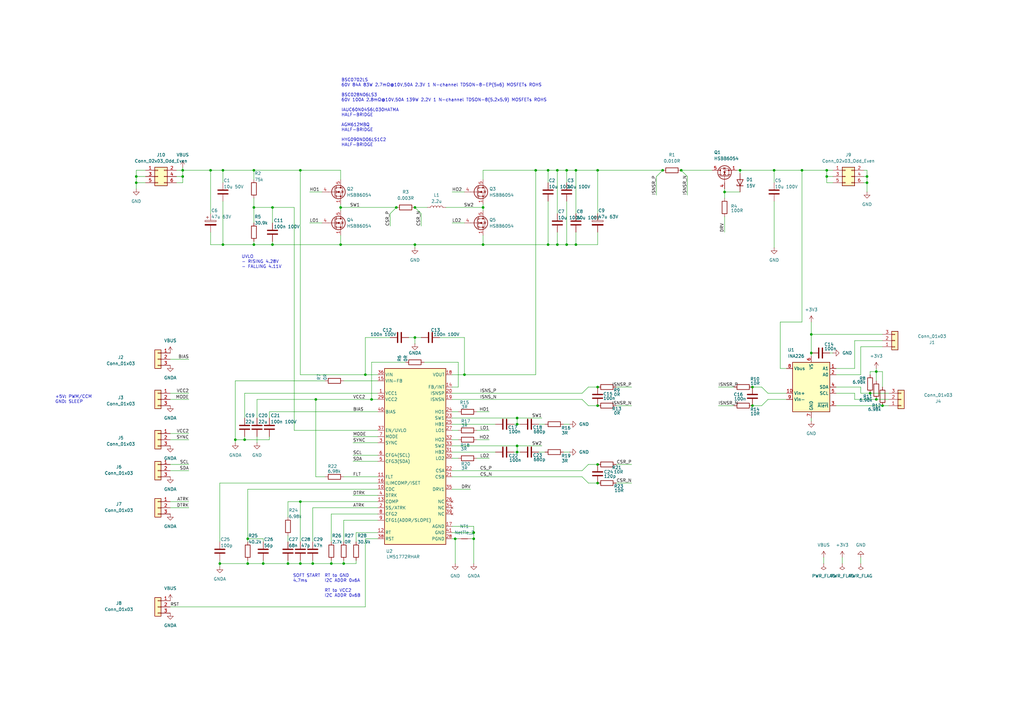
<source format=kicad_sch>
(kicad_sch (version 20231120) (generator "eeschema") (generator_version "8.0")
  (paper "A3")
  (junction (at 198.12 85.09))
  (junction (at 228.6 100.33))
  (junction (at 356.87 161.29))
  (junction (at 355.6 72.39))
  (junction (at 271.78 69.85))
  (junction (at 224.79 100.33))
  (junction (at 361.95 166.37))
  (junction (at 74.93 72.39))
  (junction (at 232.41 100.33))
  (junction (at 355.6 74.93))
  (junction (at 170.18 85.09))
  (junction (at 129.54 163.83))
  (junction (at 212.09 173.99))
  (junction (at 212.09 182.88))
  (junction (at 359.41 163.83))
  (junction (at 104.14 69.85))
  (junction (at 328.93 69.85))
  (junction (at 91.44 100.33))
  (junction (at 303.53 69.85))
  (junction (at 91.44 69.85))
  (junction (at 236.22 100.33))
  (junction (at 245.11 190.5))
  (junction (at 297.18 78.74))
  (junction (at 96.52 180.34))
  (junction (at 245.11 158.75))
  (junction (at 194.31 218.44))
  (junction (at 90.17 231.14))
  (junction (at 170.18 100.33))
  (junction (at 123.19 69.85))
  (junction (at 107.95 231.14))
  (junction (at 339.09 72.39))
  (junction (at 186.69 220.98))
  (junction (at 279.4 69.85))
  (junction (at 139.7 100.33))
  (junction (at 149.86 153.67))
  (junction (at 190.5 153.67))
  (junction (at 224.79 69.85))
  (junction (at 55.88 74.93))
  (junction (at 245.11 69.85))
  (junction (at 308.61 166.37))
  (junction (at 104.14 100.33))
  (junction (at 111.76 100.33))
  (junction (at 339.09 69.85))
  (junction (at 162.56 85.09))
  (junction (at 104.14 85.09))
  (junction (at 236.22 69.85))
  (junction (at 123.19 205.74))
  (junction (at 86.36 69.85))
  (junction (at 317.5 69.85))
  (junction (at 111.76 85.09))
  (junction (at 140.97 231.14))
  (junction (at 332.74 144.78))
  (junction (at 245.11 198.12))
  (junction (at 55.88 72.39))
  (junction (at 152.4 163.83))
  (junction (at 123.19 231.14))
  (junction (at 245.11 166.37))
  (junction (at 332.74 137.16))
  (junction (at 198.12 100.33))
  (junction (at 128.27 231.14))
  (junction (at 194.31 220.98))
  (junction (at 74.93 69.85))
  (junction (at 228.6 69.85))
  (junction (at 101.6 220.98))
  (junction (at 170.18 138.43))
  (junction (at 308.61 158.75))
  (junction (at 232.41 69.85))
  (junction (at 212.09 185.42))
  (junction (at 212.09 171.45))
  (junction (at 219.71 69.85))
  (junction (at 359.41 152.4))
  (junction (at 139.7 85.09))
  (junction (at 100.33 180.34))
  (junction (at 101.6 231.14))
  (junction (at 135.89 231.14))
  (junction (at 118.11 231.14))
  (wire (pts (xy 144.78 181.61) (xy 154.94 181.61)))
  (wire (pts (xy 259.08 198.12) (xy 252.73 198.12)))
  (wire (pts (xy 96.52 181.61) (xy 96.52 180.34)))
  (wire (pts (xy 294.64 166.37) (xy 300.99 166.37)))
  (wire (pts (xy 139.7 96.52) (xy 139.7 100.33)))
  (wire (pts (xy 259.08 190.5) (xy 252.73 190.5)))
  (wire (pts (xy 219.71 69.85) (xy 224.79 69.85)))
  (wire (pts (xy 294.64 158.75) (xy 300.99 158.75)))
  (wire (pts (xy 356.87 161.29) (xy 364.49 161.29)))
  (wire (pts (xy 140.97 213.36) (xy 140.97 222.25)))
  (wire (pts (xy 96.52 180.34) (xy 100.33 180.34)))
  (wire (pts (xy 110.49 179.07) (xy 110.49 180.34)))
  (wire (pts (xy 353.06 142.24) (xy 353.06 153.67)))
  (wire (pts (xy 123.19 153.67) (xy 149.86 153.67)))
  (wire (pts (xy 210.82 173.99) (xy 212.09 173.99)))
  (wire (pts (xy 187.96 180.34) (xy 185.42 180.34)))
  (wire (pts (xy 228.6 100.33) (xy 232.41 100.33)))
  (wire (pts (xy 185.42 185.42) (xy 203.2 185.42)))
  (wire (pts (xy 72.39 72.39) (xy 74.93 72.39)))
  (wire (pts (xy 185.42 78.74) (xy 190.5 78.74)))
  (wire (pts (xy 105.41 171.45) (xy 105.41 163.83)))
  (wire (pts (xy 149.86 248.92) (xy 69.85 248.92)))
  (wire (pts (xy 110.49 168.91) (xy 154.94 168.91)))
  (wire (pts (xy 123.19 231.14) (xy 128.27 231.14)))
  (wire (pts (xy 259.08 158.75) (xy 252.73 158.75)))
  (wire (pts (xy 104.14 85.09) (xy 111.76 85.09)))
  (wire (pts (xy 312.42 158.75) (xy 308.61 158.75)))
  (wire (pts (xy 104.14 100.33) (xy 111.76 100.33)))
  (wire (pts (xy 128.27 231.14) (xy 135.89 231.14)))
  (wire (pts (xy 101.6 222.25) (xy 101.6 220.98)))
  (wire (pts (xy 332.74 172.72) (xy 332.74 171.45)))
  (wire (pts (xy 91.44 69.85) (xy 91.44 74.93)))
  (wire (pts (xy 359.41 151.13) (xy 359.41 152.4)))
  (wire (pts (xy 167.64 138.43) (xy 170.18 138.43)))
  (wire (pts (xy 232.41 82.55) (xy 232.41 100.33)))
  (wire (pts (xy 104.14 99.06) (xy 104.14 100.33)))
  (wire (pts (xy 77.47 205.74) (xy 69.85 205.74)))
  (wire (pts (xy 195.58 168.91) (xy 200.66 168.91)))
  (wire (pts (xy 154.94 210.82) (xy 135.89 210.82)))
  (wire (pts (xy 317.5 82.55) (xy 317.5 101.6)))
  (wire (pts (xy 144.78 186.69) (xy 154.94 186.69)))
  (wire (pts (xy 228.6 69.85) (xy 228.6 87.63)))
  (wire (pts (xy 139.7 83.82) (xy 139.7 85.09)))
  (wire (pts (xy 281.94 72.39) (xy 281.94 80.01)))
  (wire (pts (xy 212.09 171.45) (xy 222.25 171.45)))
  (wire (pts (xy 279.4 69.85) (xy 281.94 72.39)))
  (wire (pts (xy 127 91.44) (xy 132.08 91.44)))
  (wire (pts (xy 86.36 100.33) (xy 91.44 100.33)))
  (wire (pts (xy 86.36 69.85) (xy 91.44 69.85)))
  (wire (pts (xy 185.42 91.44) (xy 190.5 91.44)))
  (wire (pts (xy 105.41 163.83) (xy 129.54 163.83)))
  (wire (pts (xy 86.36 95.25) (xy 86.36 100.33)))
  (wire (pts (xy 77.47 193.04) (xy 69.85 193.04)))
  (wire (pts (xy 185.42 153.67) (xy 190.5 153.67)))
  (wire (pts (xy 187.96 158.75) (xy 185.42 158.75)))
  (wire (pts (xy 232.41 69.85) (xy 236.22 69.85)))
  (wire (pts (xy 232.41 100.33) (xy 236.22 100.33)))
  (wire (pts (xy 241.3 166.37) (xy 245.11 166.37)))
  (wire (pts (xy 353.06 161.29) (xy 356.87 161.29)))
  (wire (pts (xy 144.78 189.23) (xy 154.94 189.23)))
  (wire (pts (xy 356.87 152.4) (xy 356.87 153.67)))
  (wire (pts (xy 271.78 69.85) (xy 269.24 72.39)))
  (wire (pts (xy 303.53 69.85) (xy 303.53 71.12)))
  (wire (pts (xy 337.82 228.6) (xy 337.82 231.14)))
  (wire (pts (xy 172.72 87.63) (xy 172.72 92.71)))
  (wire (pts (xy 198.12 100.33) (xy 224.79 100.33)))
  (wire (pts (xy 185.42 171.45) (xy 212.09 171.45)))
  (wire (pts (xy 135.89 231.14) (xy 140.97 231.14)))
  (wire (pts (xy 74.93 74.93) (xy 74.93 72.39)))
  (wire (pts (xy 241.3 190.5) (xy 245.11 190.5)))
  (wire (pts (xy 233.68 185.42) (xy 231.14 185.42)))
  (wire (pts (xy 303.53 69.85) (xy 317.5 69.85)))
  (wire (pts (xy 72.39 74.93) (xy 74.93 74.93)))
  (wire (pts (xy 100.33 161.29) (xy 154.94 161.29)))
  (wire (pts (xy 140.97 229.87) (xy 140.97 231.14)))
  (wire (pts (xy 149.86 153.67) (xy 154.94 153.67)))
  (wire (pts (xy 342.9 166.37) (xy 361.95 166.37)))
  (wire (pts (xy 350.52 161.29) (xy 350.52 163.83)))
  (wire (pts (xy 135.89 210.82) (xy 135.89 222.25)))
  (wire (pts (xy 236.22 95.25) (xy 236.22 100.33)))
  (wire (pts (xy 361.95 158.75) (xy 361.95 152.4)))
  (wire (pts (xy 74.93 69.85) (xy 86.36 69.85)))
  (wire (pts (xy 96.52 156.21) (xy 133.35 156.21)))
  (wire (pts (xy 312.42 166.37) (xy 308.61 166.37)))
  (wire (pts (xy 105.41 181.61) (xy 105.41 179.07)))
  (wire (pts (xy 198.12 69.85) (xy 219.71 69.85)))
  (wire (pts (xy 187.96 168.91) (xy 185.42 168.91)))
  (wire (pts (xy 86.36 69.85) (xy 86.36 87.63)))
  (wire (pts (xy 228.6 95.25) (xy 228.6 100.33)))
  (wire (pts (xy 91.44 100.33) (xy 104.14 100.33)))
  (wire (pts (xy 195.58 187.96) (xy 200.66 187.96)))
  (wire (pts (xy 59.69 69.85) (xy 55.88 69.85)))
  (wire (pts (xy 233.68 173.99) (xy 231.14 173.99)))
  (wire (pts (xy 129.54 163.83) (xy 152.4 163.83)))
  (wire (pts (xy 195.58 176.53) (xy 200.66 176.53)))
  (wire (pts (xy 322.58 161.29) (xy 314.96 161.29)))
  (wire (pts (xy 173.99 148.59) (xy 187.96 148.59)))
  (wire (pts (xy 91.44 82.55) (xy 91.44 100.33)))
  (wire (pts (xy 101.6 220.98) (xy 107.95 220.98)))
  (wire (pts (xy 241.3 198.12) (xy 245.11 198.12)))
  (wire (pts (xy 353.06 228.6) (xy 353.06 231.14)))
  (wire (pts (xy 170.18 85.09) (xy 172.72 87.63)))
  (wire (pts (xy 120.65 176.53) (xy 154.94 176.53)))
  (wire (pts (xy 152.4 148.59) (xy 166.37 148.59)))
  (wire (pts (xy 127 78.74) (xy 132.08 78.74)))
  (wire (pts (xy 210.82 185.42) (xy 212.09 185.42)))
  (wire (pts (xy 332.74 137.16) (xy 361.95 137.16)))
  (wire (pts (xy 297.18 77.47) (xy 297.18 78.74)))
  (wire (pts (xy 186.69 220.98) (xy 187.96 220.98)))
  (wire (pts (xy 170.18 85.09) (xy 175.26 85.09)))
  (wire (pts (xy 245.11 69.85) (xy 271.78 69.85)))
  (wire (pts (xy 120.65 85.09) (xy 120.65 176.53)))
  (wire (pts (xy 123.19 205.74) (xy 123.19 222.25)))
  (wire (pts (xy 198.12 96.52) (xy 198.12 100.33)))
  (wire (pts (xy 212.09 182.88) (xy 212.09 185.42)))
  (wire (pts (xy 128.27 229.87) (xy 128.27 231.14)))
  (wire (pts (xy 350.52 163.83) (xy 359.41 163.83)))
  (wire (pts (xy 59.69 74.93) (xy 55.88 74.93)))
  (wire (pts (xy 152.4 163.83) (xy 154.94 163.83)))
  (wire (pts (xy 212.09 182.88) (xy 222.25 182.88)))
  (wire (pts (xy 160.02 87.63) (xy 160.02 92.71)))
  (wire (pts (xy 104.14 81.28) (xy 104.14 85.09)))
  (wire (pts (xy 154.94 205.74) (xy 123.19 205.74)))
  (wire (pts (xy 101.6 200.66) (xy 101.6 220.98)))
  (wire (pts (xy 314.96 161.29) (xy 312.42 158.75)))
  (wire (pts (xy 355.6 74.93) (xy 355.6 78.74)))
  (wire (pts (xy 77.47 161.29) (xy 69.85 161.29)))
  (wire (pts (xy 350.52 139.7) (xy 361.95 139.7)))
  (wire (pts (xy 317.5 69.85) (xy 328.93 69.85)))
  (wire (pts (xy 361.95 142.24) (xy 353.06 142.24)))
  (wire (pts (xy 212.09 173.99) (xy 213.36 173.99)))
  (wire (pts (xy 154.94 213.36) (xy 140.97 213.36)))
  (wire (pts (xy 194.31 218.44) (xy 194.31 220.98)))
  (wire (pts (xy 185.42 161.29) (xy 238.76 161.29)))
  (wire (pts (xy 350.52 151.13) (xy 350.52 139.7)))
  (wire (pts (xy 224.79 100.33) (xy 228.6 100.33)))
  (wire (pts (xy 292.1 69.85) (xy 279.4 69.85)))
  (wire (pts (xy 359.41 152.4) (xy 356.87 152.4)))
  (wire (pts (xy 245.11 95.25) (xy 245.11 100.33)))
  (wire (pts (xy 107.95 231.14) (xy 118.11 231.14)))
  (wire (pts (xy 359.41 156.21) (xy 359.41 152.4)))
  (wire (pts (xy 185.42 220.98) (xy 186.69 220.98)))
  (wire (pts (xy 236.22 69.85) (xy 236.22 87.63)))
  (wire (pts (xy 342.9 158.75) (xy 353.06 158.75)))
  (wire (pts (xy 104.14 85.09) (xy 104.14 91.44)))
  (wire (pts (xy 238.76 193.04) (xy 241.3 190.5)))
  (wire (pts (xy 139.7 100.33) (xy 170.18 100.33)))
  (wire (pts (xy 74.93 72.39) (xy 74.93 69.85)))
  (wire (pts (xy 128.27 208.28) (xy 154.94 208.28)))
  (wire (pts (xy 77.47 147.32) (xy 69.85 147.32)))
  (wire (pts (xy 77.47 208.28) (xy 69.85 208.28)))
  (wire (pts (xy 185.42 193.04) (xy 238.76 193.04)))
  (wire (pts (xy 187.96 176.53) (xy 185.42 176.53)))
  (wire (pts (xy 314.96 163.83) (xy 312.42 166.37)))
  (wire (pts (xy 187.96 148.59) (xy 187.96 158.75)))
  (wire (pts (xy 100.33 171.45) (xy 100.33 161.29)))
  (wire (pts (xy 104.14 69.85) (xy 123.19 69.85)))
  (wire (pts (xy 186.69 220.98) (xy 186.69 231.14)))
  (wire (pts (xy 232.41 69.85) (xy 232.41 74.93)))
  (wire (pts (xy 297.18 88.9) (xy 297.18 95.25)))
  (wire (pts (xy 341.63 72.39) (xy 339.09 72.39)))
  (wire (pts (xy 111.76 99.06) (xy 111.76 100.33)))
  (wire (pts (xy 101.6 231.14) (xy 107.95 231.14)))
  (wire (pts (xy 162.56 85.09) (xy 160.02 87.63)))
  (wire (pts (xy 361.95 166.37) (xy 364.49 166.37)))
  (wire (pts (xy 302.26 69.85) (xy 303.53 69.85)))
  (wire (pts (xy 328.93 69.85) (xy 328.93 132.08)))
  (wire (pts (xy 297.18 78.74) (xy 297.18 81.28)))
  (wire (pts (xy 111.76 85.09) (xy 120.65 85.09)))
  (wire (pts (xy 154.94 218.44) (xy 146.05 218.44)))
  (wire (pts (xy 220.98 185.42) (xy 223.52 185.42)))
  (wire (pts (xy 341.63 144.78) (xy 340.36 144.78)))
  (wire (pts (xy 220.98 173.99) (xy 223.52 173.99)))
  (wire (pts (xy 55.88 74.93) (xy 55.88 77.47)))
  (wire (pts (xy 238.76 161.29) (xy 241.3 158.75)))
  (wire (pts (xy 320.04 132.08) (xy 320.04 151.13)))
  (wire (pts (xy 322.58 163.83) (xy 314.96 163.83)))
  (wire (pts (xy 111.76 85.09) (xy 111.76 91.44)))
  (wire (pts (xy 55.88 69.85) (xy 55.88 72.39)))
  (wire (pts (xy 118.11 229.87) (xy 118.11 231.14)))
  (wire (pts (xy 77.47 180.34) (xy 69.85 180.34)))
  (wire (pts (xy 128.27 222.25) (xy 128.27 208.28)))
  (wire (pts (xy 238.76 195.58) (xy 241.3 198.12)))
  (wire (pts (xy 170.18 138.43) (xy 170.18 140.97)))
  (wire (pts (xy 353.06 158.75) (xy 353.06 161.29)))
  (wire (pts (xy 100.33 179.07) (xy 100.33 180.34)))
  (wire (pts (xy 359.41 163.83) (xy 364.49 163.83)))
  (wire (pts (xy 332.74 132.08) (xy 332.74 137.16)))
  (wire (pts (xy 135.89 229.87) (xy 135.89 231.14)))
  (wire (pts (xy 194.31 220.98) (xy 194.31 231.14)))
  (wire (pts (xy 355.6 69.85) (xy 355.6 72.39)))
  (wire (pts (xy 245.11 69.85) (xy 245.11 87.63)))
  (wire (pts (xy 149.86 220.98) (xy 149.86 248.92)))
  (wire (pts (xy 180.34 138.43) (xy 190.5 138.43)))
  (wire (pts (xy 236.22 69.85) (xy 245.11 69.85)))
  (wire (pts (xy 172.72 138.43) (xy 170.18 138.43)))
  (wire (pts (xy 154.94 200.66) (xy 101.6 200.66)))
  (wire (pts (xy 354.33 69.85) (xy 355.6 69.85)))
  (wire (pts (xy 185.42 218.44) (xy 194.31 218.44)))
  (wire (pts (xy 355.6 72.39) (xy 355.6 74.93)))
  (wire (pts (xy 104.14 69.85) (xy 104.14 73.66)))
  (wire (pts (xy 100.33 180.34) (xy 110.49 180.34)))
  (wire (pts (xy 170.18 100.33) (xy 198.12 100.33)))
  (wire (pts (xy 198.12 85.09) (xy 198.12 86.36)))
  (wire (pts (xy 90.17 198.12) (xy 154.94 198.12)))
  (wire (pts (xy 144.78 203.2) (xy 154.94 203.2)))
  (wire (pts (xy 328.93 132.08) (xy 320.04 132.08)))
  (wire (pts (xy 77.47 177.8) (xy 69.85 177.8)))
  (wire (pts (xy 345.44 228.6) (xy 345.44 231.14)))
  (wire (pts (xy 154.94 179.07) (xy 144.78 179.07)))
  (wire (pts (xy 241.3 158.75) (xy 245.11 158.75)))
  (wire (pts (xy 341.63 74.93) (xy 339.09 74.93)))
  (wire (pts (xy 182.88 85.09) (xy 198.12 85.09)))
  (wire (pts (xy 107.95 229.87) (xy 107.95 231.14)))
  (wire (pts (xy 55.88 72.39) (xy 55.88 74.93)))
  (wire (pts (xy 198.12 83.82) (xy 198.12 85.09)))
  (wire (pts (xy 236.22 100.33) (xy 245.11 100.33)))
  (wire (pts (xy 123.19 69.85) (xy 139.7 69.85)))
  (wire (pts (xy 185.42 200.66) (xy 193.04 200.66)))
  (wire (pts (xy 146.05 218.44) (xy 146.05 222.25)))
  (wire (pts (xy 149.86 138.43) (xy 149.86 153.67)))
  (wire (pts (xy 140.97 195.58) (xy 154.94 195.58)))
  (wire (pts (xy 118.11 212.09) (xy 118.11 205.74)))
  (wire (pts (xy 353.06 153.67) (xy 342.9 153.67)))
  (wire (pts (xy 118.11 231.14) (xy 123.19 231.14)))
  (wire (pts (xy 111.76 100.33) (xy 139.7 100.33)))
  (wire (pts (xy 185.42 195.58) (xy 238.76 195.58)))
  (wire (pts (xy 339.09 72.39) (xy 339.09 69.85)))
  (wire (pts (xy 195.58 180.34) (xy 200.66 180.34)))
  (wire (pts (xy 212.09 173.99) (xy 212.09 171.45)))
  (wire (pts (xy 259.08 166.37) (xy 252.73 166.37)))
  (wire (pts (xy 185.42 215.9) (xy 194.31 215.9)))
  (wire (pts (xy 160.02 138.43) (xy 149.86 138.43)))
  (wire (pts (xy 190.5 153.67) (xy 219.71 153.67)))
  (wire (pts (xy 72.39 69.85) (xy 74.93 69.85)))
  (wire (pts (xy 118.11 219.71) (xy 118.11 222.25)))
  (wire (pts (xy 328.93 69.85) (xy 339.09 69.85)))
  (wire (pts (xy 190.5 138.43) (xy 190.5 153.67)))
  (wire (pts (xy 219.71 69.85) (xy 219.71 153.67)))
  (wire (pts (xy 154.94 220.98) (xy 149.86 220.98)))
  (wire (pts (xy 342.9 151.13) (xy 350.52 151.13)))
  (wire (pts (xy 224.79 69.85) (xy 224.79 74.93)))
  (wire (pts (xy 118.11 205.74) (xy 123.19 205.74)))
  (wire (pts (xy 140.97 231.14) (xy 146.05 231.14)))
  (wire (pts (xy 59.69 72.39) (xy 55.88 72.39)))
  (wire (pts (xy 133.35 195.58) (xy 129.54 195.58)))
  (wire (pts (xy 107.95 220.98) (xy 107.95 222.25)))
  (wire (pts (xy 224.79 69.85) (xy 228.6 69.85)))
  (wire (pts (xy 101.6 229.87) (xy 101.6 231.14)))
  (wire (pts (xy 139.7 85.09) (xy 139.7 86.36)))
  (wire (pts (xy 339.09 69.85) (xy 341.63 69.85)))
  (wire (pts (xy 139.7 73.66) (xy 139.7 69.85)))
  (wire (pts (xy 185.42 182.88) (xy 212.09 182.88)))
  (wire (pts (xy 77.47 190.5) (xy 69.85 190.5)))
  (wire (pts (xy 90.17 229.87) (xy 90.17 231.14)))
  (wire (pts (xy 185.42 173.99) (xy 203.2 173.99)))
  (wire (pts (xy 332.74 144.78) (xy 332.74 146.05)))
  (wire (pts (xy 317.5 69.85) (xy 317.5 74.93)))
  (wire (pts (xy 185.42 163.83) (xy 238.76 163.83)))
  (wire (pts (xy 146.05 231.14) (xy 146.05 229.87)))
  (wire (pts (xy 342.9 161.29) (xy 350.52 161.29)))
  (wire (pts (xy 198.12 73.66) (xy 198.12 69.85)))
  (wire (pts (xy 339.09 74.93) (xy 339.09 72.39)))
  (wire (pts (xy 96.52 156.21) (xy 96.52 180.34)))
  (wire (pts (xy 297.18 78.74) (xy 303.53 78.74)))
  (wire (pts (xy 110.49 168.91) (xy 110.49 171.45)))
  (wire (pts (xy 123.19 69.85) (xy 123.19 153.67)))
  (wire (pts (xy 140.97 156.21) (xy 154.94 156.21)))
  (wire (pts (xy 123.19 229.87) (xy 123.19 231.14)))
  (wire (pts (xy 354.33 72.39) (xy 355.6 72.39)))
  (wire (pts (xy 212.09 185.42) (xy 213.36 185.42)))
  (wire (pts (xy 224.79 82.55) (xy 224.79 100.33)))
  (wire (pts (xy 238.76 163.83) (xy 241.3 166.37)))
  (wire (pts (xy 187.96 187.96) (xy 185.42 187.96)))
  (wire (pts (xy 129.54 163.83) (xy 129.54 195.58)))
  (wire (pts (xy 320.04 151.13) (xy 322.58 151.13)))
  (wire (pts (xy 228.6 69.85) (xy 232.41 69.85)))
  (wire (pts (xy 139.7 85.09) (xy 162.56 85.09)))
  (wire (pts (xy 193.04 220.98) (xy 194.31 220.98)))
  (wire (pts (xy 74.93 68.58) (xy 74.93 69.85)))
  (wire (pts (xy 90.17 232.41) (xy 90.17 231.14)))
  (wire (pts (xy 361.95 152.4) (xy 359.41 152.4)))
  (wire (pts (xy 77.47 163.83) (xy 69.85 163.83)))
  (wire (pts (xy 332.74 137.16) (xy 332.74 144.78)))
  (wire (pts (xy 170.18 101.6) (xy 170.18 100.33)))
  (wire (pts (xy 354.33 74.93) (xy 355.6 74.93)))
  (wire (pts (xy 90.17 231.14) (xy 101.6 231.14)))
  (wire (pts (xy 269.24 72.39) (xy 269.24 80.01)))
  (wire (pts (xy 91.44 69.85) (xy 104.14 69.85)))
  (wire (pts (xy 152.4 163.83) (xy 152.4 148.59)))
  (wire (pts (xy 194.31 215.9) (xy 194.31 218.44)))
  (wire (pts (xy 90.17 198.12) (xy 90.17 222.25)))
  (text "UVLO\n- RISING 4.28V\n- FALLING 4.11V" (at 99.06 107.442 0) (effects (font (size 1.27 1.27)) (justify left)))
  (text "+5V: PWM/CCM\nGND: SLEEP" (at 22.606 163.83 0) (effects (font (size 1.27 1.27)) (justify left)))
  (text "SOFT START\n4.7ms\n" (at 120.142 237.236 0) (effects (font (size 1.27 1.27)) (justify left)))
  (text "BSC0702LS\n60V 84A 83W 2.7mΩ@10V,50A 2.3V 1 N-channel TDSON-8-EP(5x6) MOSFETs ROHS\n\nBSC028N06LS3\n60V 100A 2.8mΩ@10V,50A 139W 2.2V 1 N-channel TDSON-8(5.2x5.9) MOSFETs ROHS\n\nIAUC60N04S6L030HATMA\nHALF-BRIDGE\n\nAGM612MBQ\nHALF-BRIDGE\n\nHYG090ND06LS1C2\nHALF-BRIDGE\n" (at 139.954 46.228 0) (effects (font (size 1.27 1.27)) (justify left)))
  (text "RT to GND\nI2C ADDR 0x6A\n\nRT to VCC2\nI2C ADDR 0x6B\n\n" (at 133.096 241.3 0) (effects (font (size 1.27 1.27)) (justify left)))
  (label "LO2" (at 200.66 187.96 180))
  (label "VCC2" (at 77.47 177.8 180))
  (label "SDA" (at 77.47 193.04 180))
  (label "BIAS" (at 77.47 147.32 180))
  (label "ISNSR_P" (at 259.08 158.75 180))
  (label "CSR_N" (at 172.72 92.71 90))
  (label "LO1" (at 200.66 176.53 180))
  (label "DTRK" (at 77.47 208.28 180))
  (label "ISNSR_P" (at 294.64 158.75 0))
  (label "SYNC" (at 77.47 180.34 180))
  (label "HO2" (at 185.42 78.74 0))
  (label "MODE" (at 77.47 163.83 180))
  (label "SW2" (at 222.25 182.88 180))
  (label "LO1" (at 127 91.44 0))
  (label "ISNSR_N" (at 281.94 80.01 90))
  (label "SW1" (at 222.25 171.45 180))
  (label "CS_P" (at 196.85 193.04 0))
  (label "SW2" (at 194.31 85.09 180))
  (label "SDA" (at 144.78 189.23 0))
  (label "CSR_N" (at 259.08 198.12 180))
  (label "HO1" (at 200.66 168.91 180))
  (label "SCL" (at 77.47 190.5 180))
  (label "ISNS_P" (at 196.85 161.29 0))
  (label "SW1" (at 143.51 85.09 0))
  (label "CS_N" (at 196.85 195.58 0))
  (label "MODE" (at 144.78 179.07 0))
  (label "BIAS" (at 144.78 168.91 0))
  (label "ATRK" (at 144.78 208.28 0))
  (label "ISNSR_P" (at 269.24 80.01 90))
  (label "HO2" (at 200.66 180.34 180))
  (label "DTRK" (at 144.78 203.2 0))
  (label "ISNS_N" (at 196.85 163.83 0))
  (label "SYNC" (at 144.78 181.61 0))
  (label "ISNSR_N" (at 259.08 166.37 180))
  (label "CSR_P" (at 160.02 92.71 90))
  (label "FLT" (at 144.78 195.58 0))
  (label "CSR_P" (at 259.08 190.5 180))
  (label "RST" (at 69.85 248.92 0))
  (label "ISNSR_N" (at 294.64 166.37 0))
  (label "SCL" (at 144.78 186.69 0))
  (label "ATRK" (at 77.47 205.74 180))
  (label "VCC2" (at 144.78 163.83 0))
  (label "HO1" (at 127 78.74 0))
  (label "VCC2" (at 77.47 161.29 180))
  (label "DRV" (at 193.04 200.66 180))
  (label "DRV" (at 297.18 95.25 90))
  (label "LO2" (at 185.42 91.44 0))
  (symbol (lib_id "Device:C") (at 224.79 78.74 0) (unit 1)
    (property "Reference" "C2" (at 225.044 74.041 0) (effects (justify left)))
    (property "Value" "10u 100V" (at 225.044 76.581 0) (effects (justify left)))
    (property "Footprint" "Capacitor_SMD:C_1210_3225Metric" (effects (hide yes)))
    (property "Description" "Unpolarized capacitor" (effects (hide yes)))
    (property "LCSC" "C5156756" (effects (hide yes)))
  )
  (symbol (lib_id "Device:R") (at 359.41 160.02 0) (unit 1)
    (property "Reference" "R11" (at 357.886 162.56 0) (effects (justify right)))
    (property "Value" "6.98k" (at 357.886 164.084 0) (effects (justify right)))
    (property "Footprint" "Resistor_SMD:R_0402_1005Metric" (effects (hide yes)))
    (property "Description" "Resistor" (effects (hide yes)))
    (property "LCSC" "C47500" (effects (hide yes)))
  )
  (symbol (lib_id "power:PWR_FLAG") (at 337.82 231.14 180) (unit 1)
    (property "Reference" "#FLG01" (effects (hide yes)))
    (property "Value" "PWR_FLAG" (at 337.82 236.22 0))
    (property "Description" "Special symbol for telling ERC where power comes from" (effects (hide yes)))
  )
  (symbol (lib_id "Device:R") (at 361.95 162.56 0) (unit 1)
    (property "Reference" "R12" (at 361.442 166.37 0) (effects (justify right)))
    (property "Value" "6.98k" (at 361.442 167.894 0) (effects (justify right)))
    (property "Footprint" "Resistor_SMD:R_0402_1005Metric" (effects (hide yes)))
    (property "Description" "Resistor" (effects (hide yes)))
    (property "LCSC" "C47500" (effects (hide yes)))
  )
  (symbol (lib_id "Transistor_FET:BSC028N06LS3") (at 137.16 78.74 0) (unit 1)
    (property "Reference" "Q2" (at 142.24 77.4699 0) (effects (justify left)))
    (property "Value" "HSBB6054" (at 142.24 80.0099 0) (effects (justify left)))
    (property "Footprint" "Package_SON:Diodes_PowerDI3333-8" (effects (hide yes)))
    (property "Datasheet" "https://lcsc.com/datasheet/lcsc_datasheet_2410121655_HUASHUO-HSBB6054_C5341686.pdf" (effects (hide yes)))
    (property "Description" "100A Id, 60V Vds, OptiMOS N-Channel Power MOSFET, 2.8mOhm Ron, Qg (typ) 31.0nC, PG-TDSON-8" (effects (hide yes)))
    (property "LCSC" "C5341686" (effects (hide yes)))
  )
  (symbol (lib_id "Device:R") (at 135.89 226.06 0) (unit 1)
    (property "Reference" "R26" (at 136.144 219.71 0) (effects (justify left)))
    (property "Value" "2.7k" (at 136.144 222.25 0) (effects (justify left)))
    (property "Footprint" "Resistor_SMD:R_0402_1005Metric" (effects (hide yes)))
    (property "Description" "Resistor" (effects (hide yes)))
    (property "LCSC" "C25885" (effects (hide yes)))
  )
  (symbol (lib_id "power:+3V3") (at 345.44 228.6 0) (unit 1)
    (property "Reference" "#PWR026" (effects (hide yes)))
    (property "Value" "+3V3" (at 345.44 223.52 0))
    (property "Description" "Power symbol creates a global label with name \"+3V3\"" (effects (hide yes)))
  )
  (symbol (lib_id "Connector_Generic:Conn_01x03") (at 64.77 248.92 0) (mirror y) (unit 1)
    (property "Reference" "J8" (at 48.768 247.396 0))
    (property "Value" "Conn_01x03" (at 48.768 249.936 0))
    (property "Footprint" "Connector_PinHeader_2.54mm:PinHeader_1x03_P2.54mm_Vertical_SMD_Pin1Left" (effects (hide yes)))
    (property "Description" "Generic connector, single row, 01x03, script generated (kicad-library-utils/schlib/autogen/connector/)" (effects (hide yes)))
    (property "LCSC" "C2883760 " (effects (hide yes)))
  )
  (symbol (lib_id "Device:C") (at 308.61 162.56 0) (unit 1)
    (property "Reference" "C16" (at 304.8 161.798 0) (effects (justify right)))
    (property "Value" "100n" (at 306.07 163.576 0) (effects (justify right)))
    (property "Footprint" "Capacitor_SMD:C_0402_1005Metric" (effects (hide yes)))
    (property "Description" "Unpolarized capacitor" (effects (hide yes)))
    (property "LCSC" "C77020" (effects (hide yes)))
  )
  (symbol (lib_id "power:+3V3") (at 359.41 151.13 0) (unit 1)
    (property "Reference" "#PWR08" (effects (hide yes)))
    (property "Value" "+3V3" (at 359.41 146.05 0))
    (property "Description" "Power symbol creates a global label with name \"+3V3\"" (effects (hide yes)))
  )
  (symbol (lib_id "power:GND") (at 355.6 78.74 0) (unit 1)
    (property "Reference" "#PWR024" (effects (hide yes)))
    (property "Value" "GND" (at 355.6 83.82 0))
    (property "Description" "Power symbol creates a global label with name \"GND\" , ground" (effects (hide yes)))
  )
  (symbol (lib_id "Device:R") (at 297.18 85.09 0) (unit 1)
    (property "Reference" "R4" (at 299.72 84.582 0) (effects (justify left)))
    (property "Value" "100R" (at 299.72 86.3599 0) (effects (justify left)))
    (property "Footprint" "Resistor_SMD:R_0402_1005Metric" (effects (hide yes)))
    (property "Description" "Resistor" (effects (hide yes)))
    (property "LCSC" "C25138" (effects (hide yes)))
  )
  (symbol (lib_id "Device:R") (at 191.77 168.91 90) (unit 1)
    (property "Reference" "R15" (at 190.5 165.1 90))
    (property "Value" "3R" (at 190.5 166.878 90))
    (property "Footprint" "Resistor_SMD:R_0402_1005Metric" (effects (hide yes)))
    (property "Description" "Resistor" (effects (hide yes)))
    (property "LCSC" "C321179" (effects (hide yes)))
  )
  (symbol (lib_id "LM51772:LM51772RHAR") (at 170.18 189.23 0) (unit 1)
    (property "Reference" "U2" (at 159.7025 226.06 0))
    (property "Value" "LM51772RHAR" (at 165.354 228.346 0))
    (property "Footprint" "Package_DFN_QFN:QFN-40-1EP_6x6mm_P0.5mm_EP4.6x4.6mm_ThermalVias" (effects (hide yes)))
    (property "Datasheet" "https://www.ti.com/lit/ds/symlink/lm51772.pdf" (effects (hide yes)))
    (property "Description" "55V 4-Switch Buck-Boost Controller with I2C interface" (effects (hide yes)))
    (property "LCSC" "C41383743" (effects (hide yes)))
  )
  (symbol (lib_id "Device:R") (at 104.14 95.25 0) (unit 1)
    (property "Reference" "R5" (at 104.394 88.9 0) (effects (justify left)))
    (property "Value" "30.9k" (at 104.394 91.44 0) (effects (justify left)))
    (property "Footprint" "Resistor_SMD:R_0402_1005Metric" (effects (hide yes)))
    (property "Description" "Resistor" (effects (hide yes)))
    (property "LCSC" "C310222" (effects (hide yes)))
  )
  (symbol (lib_id "Device:C") (at 123.19 226.06 0) (unit 1)
    (property "Reference" "C28" (at 123.444 221.234 0) (effects (justify left)))
    (property "Value" "47p" (at 123.444 223.774 0) (effects (justify left)))
    (property "Footprint" "Capacitor_SMD:C_0402_1005Metric" (effects (hide yes)))
    (property "Description" "Unpolarized capacitor" (effects (hide yes)))
    (property "LCSC" "C1567" (effects (hide yes)))
  )
  (symbol (lib_id "power:GND") (at 55.88 77.47 0) (unit 1)
    (property "Reference" "#PWR025" (effects (hide yes)))
    (property "Value" "GND" (at 55.88 82.55 0))
    (property "Description" "Power symbol creates a global label with name \"GND\" , ground" (effects (hide yes)))
  )
  (symbol (lib_id "Device:C") (at 207.01 185.42 90) (unit 1)
    (property "Reference" "C22" (at 210.566 186.944 90))
    (property "Value" "100n" (at 211.328 188.722 90))
    (property "Footprint" "Capacitor_SMD:C_0402_1005Metric" (effects (hide yes)))
    (property "Description" "Unpolarized capacitor" (effects (hide yes)))
    (property "LCSC" "C77020" (effects (hide yes)))
  )
  (symbol (lib_id "Device:C") (at 163.83 138.43 270) (unit 1)
    (property "Reference" "C12" (at 160.782 135.382 90) (effects (justify right)))
    (property "Value" "100n 100V" (at 162.56 137.16 90) (effects (justify right)))
    (property "Footprint" "Capacitor_SMD:C_0402_1005Metric" (effects (hide yes)))
    (property "Description" "Unpolarized capacitor" (effects (hide yes)))
    (property "LCSC" "C162178" (effects (hide yes)))
  )
  (symbol (lib_id "power:PWR_FLAG") (at 353.06 231.14 180) (unit 1)
    (property "Reference" "#FLG03" (effects (hide yes)))
    (property "Value" "PWR_FLAG" (at 353.06 236.22 0))
    (property "Description" "Special symbol for telling ERC where power comes from" (effects (hide yes)))
  )
  (symbol (lib_id "power:GND") (at 186.69 231.14 0) (unit 1)
    (property "Reference" "#PWR018" (effects (hide yes)))
    (property "Value" "GND" (at 186.69 236.22 0))
    (property "Description" "Power symbol creates a global label with name \"GND\" , ground" (effects (hide yes)))
  )
  (symbol (lib_id "Transistor_FET:BSC028N06LS3") (at 195.58 91.44 0) (unit 1)
    (property "Reference" "Q5" (at 200.66 90.1699 0) (effects (justify left)))
    (property "Value" "HSBB6054" (at 200.66 92.7099 0) (effects (justify left)))
    (property "Footprint" "Package_SON:Diodes_PowerDI3333-8" (effects (hide yes)))
    (property "Datasheet" "https://lcsc.com/datasheet/lcsc_datasheet_2410121655_HUASHUO-HSBB6054_C5341686.pdf" (effects (hide yes)))
    (property "Description" "100A Id, 60V Vds, OptiMOS N-Channel Power MOSFET, 2.8mOhm Ron, Qg (typ) 31.0nC, PG-TDSON-8" (effects (hide yes)))
    (property "LCSC" "C5341686" (effects (hide yes)))
  )
  (symbol (lib_id "power:GNDA") (at 96.52 181.61 0) (unit 1)
    (property "Reference" "#PWR012" (effects (hide yes)))
    (property "Value" "GNDA" (at 96.52 186.69 0))
    (property "Description" "Power symbol creates a global label with name \"GNDA\" , analog ground" (effects (hide yes)))
  )
  (symbol (lib_id "power:GNDA") (at 69.85 195.58 0) (unit 1)
    (property "Reference" "#PWR016" (effects (hide yes)))
    (property "Value" "GNDA" (at 69.85 200.66 0))
    (property "Description" "Power symbol creates a global label with name \"GNDA\" , analog ground" (effects (hide yes)))
  )
  (symbol (lib_id "Device:L") (at 179.07 85.09 90) (unit 1)
    (property "Reference" "L1" (at 179.07 80.01 90))
    (property "Value" "2.2u" (at 179.07 82.55 90))
    (property "Footprint" "protovolt:L_Changjiang_FXL1050" (effects (hide yes)))
    (property "Description" "Inductor" (effects (hide yes)))
    (property "LCSC" "C5359259 " (effects (hide yes)))
  )
  (symbol (lib_id "Connector_Generic:Conn_01x03") (at 64.77 180.34 0) (mirror y) (unit 1)
    (property "Reference" "J5" (at 49.53 179.578 0))
    (property "Value" "Conn_01x03" (at 49.53 182.118 0))
    (property "Footprint" "Connector_PinHeader_2.54mm:PinHeader_1x03_P2.54mm_Vertical_SMD_Pin1Left" (effects (hide yes)))
    (property "Description" "Generic connector, single row, 01x03, script generated (kicad-library-utils/schlib/autogen/connector/)" (effects (hide yes)))
    (property "LCSC" "C2883760 " (effects (hide yes)))
  )
  (symbol (lib_id "power:VBUS") (at 69.85 246.38 0) (unit 1)
    (property "Reference" "#PWR021" (effects (hide yes)))
    (property "Value" "VBUS" (at 69.85 241.3 0))
    (property "Description" "Power symbol creates a global label with name \"VBUS\"" (effects (hide yes)))
  )
  (symbol (lib_id "Device:R") (at 304.8 166.37 270) (unit 1)
    (property "Reference" "R14" (at 309.626 167.894 90))
    (property "Value" "10R" (at 311.658 169.672 90) (effects (justify right)))
    (property "Footprint" "Resistor_SMD:R_0402_1005Metric" (effects (hide yes)))
    (property "Description" "Resistor" (effects (hide yes)))
    (property "LCSC" "C25139" (effects (hide yes)))
  )
  (symbol (lib_id "Connector_Generic:Conn_01x03") (at 64.77 208.28 0) (mirror y) (unit 1)
    (property "Reference" "J7" (at 48.768 206.756 0))
    (property "Value" "Conn_01x03" (at 48.768 209.296 0))
    (property "Footprint" "Connector_PinHeader_2.54mm:PinHeader_1x03_P2.54mm_Vertical_SMD_Pin1Left" (effects (hide yes)))
    (property "Description" "Generic connector, single row, 01x03, script generated (kicad-library-utils/schlib/autogen/connector/)" (effects (hide yes)))
    (property "LCSC" "C2883760 " (effects (hide yes)))
  )
  (symbol (lib_id "Device:C") (at 245.11 162.56 180) (unit 1)
    (property "Reference" "C15" (at 247.396 161.544 0) (effects (justify right)))
    (property "Value" "100n" (at 247.396 163.322 0) (effects (justify right)))
    (property "Footprint" "Capacitor_SMD:C_0402_1005Metric" (effects (hide yes)))
    (property "Description" "Unpolarized capacitor" (effects (hide yes)))
    (property "LCSC" "C77020" (effects (hide yes)))
  )
  (symbol (lib_id "Device:R") (at 140.97 226.06 0) (unit 1)
    (property "Reference" "R27" (at 141.224 219.71 0) (effects (justify left)))
    (property "Value" "0R" (at 141.224 222.25 0) (effects (justify left)))
    (property "Footprint" "Resistor_SMD:R_0402_1005Metric" (effects (hide yes)))
    (property "Description" "Resistor" (effects (hide yes)))
    (property "LCSC" "C21376" (effects (hide yes)))
  )
  (symbol (lib_id "Device:R") (at 227.33 185.42 90) (unit 1)
    (property "Reference" "R19" (at 232.156 186.944 90))
    (property "Value" "3R" (at 231.648 188.976 90))
    (property "Footprint" "Resistor_SMD:R_0402_1005Metric" (effects (hide yes)))
    (property "Description" "Resistor" (effects (hide yes)))
    (property "LCSC" "C321179" (effects (hide yes)))
  )
  (symbol (lib_id "Transistor_FET:BSC028N06LS3") (at 195.58 78.74 0) (unit 1)
    (property "Reference" "Q3" (at 200.66 77.4699 0) (effects (justify left)))
    (property "Value" "HSBB6054" (at 200.66 80.0099 0) (effects (justify left)))
    (property "Footprint" "Package_SON:Diodes_PowerDI3333-8" (effects (hide yes)))
    (property "Datasheet" "https://lcsc.com/datasheet/lcsc_datasheet_2410121655_HUASHUO-HSBB6054_C5341686.pdf" (effects (hide yes)))
    (property "Description" "100A Id, 60V Vds, OptiMOS N-Channel Power MOSFET, 2.8mOhm Ron, Qg (typ) 31.0nC, PG-TDSON-8" (effects (hide yes)))
    (property "LCSC" "C5341686" (effects (hide yes)))
  )
  (symbol (lib_id "Connector_Generic:Conn_01x03") (at 367.03 139.7 0) (mirror x) (unit 1)
    (property "Reference" "J1" (at 382.27 140.462 0))
    (property "Value" "Conn_01x03" (at 382.27 137.922 0))
    (property "Footprint" "Connector_PinHeader_2.54mm:PinHeader_1x03_P2.54mm_Vertical_SMD_Pin1Left" (effects (hide yes)))
    (property "Description" "Generic connector, single row, 01x03, script generated (kicad-library-utils/schlib/autogen/connector/)" (effects (hide yes)))
    (property "LCSC" "C2883760 " (effects (hide yes)))
  )
  (symbol (lib_id "Device:C") (at 217.17 185.42 90) (unit 1)
    (property "Reference" "C23" (at 220.472 186.69 90))
    (property "Value" "680p" (at 221.234 188.468 90))
    (property "Footprint" "Capacitor_SMD:C_0402_1005Metric" (effects (hide yes)))
    (property "Description" "Unpolarized capacitor" (effects (hide yes)))
    (property "LCSC" "C107030 " (effects (hide yes)))
  )
  (symbol (lib_id "Device:R") (at 146.05 226.06 0) (unit 1)
    (property "Reference" "R28" (at 146.558 219.7101 0) (effects (justify left)))
    (property "Value" "30.9k" (at 146.558 222.2501 0) (effects (justify left)))
    (property "Footprint" "Resistor_SMD:R_0402_1005Metric" (effects (hide yes)))
    (property "Description" "Resistor" (effects (hide yes)))
    (property "LCSC" "C310222" (effects (hide yes)))
  )
  (symbol (lib_id "Device:C") (at 228.6 91.44 0) (unit 1)
    (property "Reference" "C7" (at 228.854 86.741 0) (effects (justify left)))
    (property "Value" "10u 100V" (at 228.854 89.281 0) (effects (justify left)))
    (property "Footprint" "Capacitor_SMD:C_1210_3225Metric" (effects (hide yes)))
    (property "Description" "Unpolarized capacitor" (effects (hide yes)))
    (property "LCSC" "C5156756" (effects (hide yes)))
  )
  (symbol (lib_id "Device:R") (at 275.59 69.85 90) (unit 1)
    (property "Reference" "R1" (at 275.59 63.5 90))
    (property "Value" "0.010R" (at 275.59 66.04 90))
    (property "Footprint" "protovolt:R_2512_6332Metric_SHUNT" (effects (hide yes)))
    (property "Description" "Resistor" (effects (hide yes)))
    (property "LCSC" "C393070 " (effects (hide yes)))
  )
  (symbol (lib_id "power:GNDA") (at 69.85 251.46 0) (unit 1)
    (property "Reference" "#PWR022" (effects (hide yes)))
    (property "Value" "GNDA" (at 69.85 256.54 0))
    (property "Description" "Power symbol creates a global label with name \"GNDA\" , analog ground" (effects (hide yes)))
  )
  (symbol (lib_id "Device:R") (at 227.33 173.99 90) (unit 1)
    (property "Reference" "R16" (at 232.156 175.514 90))
    (property "Value" "3R" (at 231.648 177.546 90))
    (property "Footprint" "Resistor_SMD:R_0402_1005Metric" (effects (hide yes)))
    (property "Description" "Resistor" (effects (hide yes)))
    (property "LCSC" "C321179" (effects (hide yes)))
  )
  (symbol (lib_id "power:GND") (at 233.68 173.99 90) (unit 1)
    (property "Reference" "#PWR011" (effects (hide yes)))
    (property "Value" "GND" (at 237.49 173.9899 90) (effects (justify right)))
    (property "Description" "Power symbol creates a global label with name \"GND\" , ground" (effects (hide yes)))
  )
  (symbol (lib_id "power:GND") (at 341.63 144.78 90) (unit 1)
    (property "Reference" "#PWR07" (effects (hide yes)))
    (property "Value" "GND" (at 345.44 144.7799 90) (effects (justify right)))
    (property "Description" "Power symbol creates a global label with name \"GND\" , ground" (effects (hide yes)))
  )
  (symbol (lib_id "Device:C") (at 317.5 78.74 0) (unit 1)
    (property "Reference" "C5" (at 317.754 74.041 0) (effects (justify left)))
    (property "Value" "10u 100V" (at 317.754 76.581 0) (effects (justify left)))
    (property "Footprint" "Capacitor_SMD:C_1210_3225Metric" (effects (hide yes)))
    (property "Description" "Unpolarized capacitor" (effects (hide yes)))
    (property "LCSC" "C5156756" (effects (hide yes)))
  )
  (symbol (lib_id "Transistor_FET:BSC028N06LS3") (at 137.16 91.44 0) (unit 1)
    (property "Reference" "Q4" (at 142.24 90.1699 0) (effects (justify left)))
    (property "Value" "HSBB6054" (at 142.24 92.7099 0) (effects (justify left)))
    (property "Footprint" "Package_SON:Diodes_PowerDI3333-8" (effects (hide yes)))
    (property "Datasheet" "https://lcsc.com/datasheet/lcsc_datasheet_2410121655_HUASHUO-HSBB6054_C5341686.pdf" (effects (hide yes)))
    (property "Description" "100A Id, 60V Vds, OptiMOS N-Channel Power MOSFET, 2.8mOhm Ron, Qg (typ) 31.0nC, PG-TDSON-8" (effects (hide yes)))
    (property "LCSC" "C5341686" (effects (hide yes)))
  )
  (symbol (lib_id "power:GNDA") (at 90.17 232.41 0) (unit 1)
    (property "Reference" "#PWR020" (effects (hide yes)))
    (property "Value" "GNDA" (at 90.17 237.49 0))
    (property "Description" "Power symbol creates a global label with name \"GNDA\" , analog ground" (effects (hide yes)))
  )
  (symbol (lib_id "Device:C") (at 236.22 91.44 0) (unit 1)
    (property "Reference" "C8" (at 236.474 86.741 0) (effects (justify left)))
    (property "Value" "10u 100V" (at 236.474 89.281 0) (effects (justify left)))
    (property "Footprint" "Capacitor_SMD:C_1210_3225Metric" (effects (hide yes)))
    (property "Description" "Unpolarized capacitor" (effects (hide yes)))
    (property "LCSC" "C5156756" (effects (hide yes)))
  )
  (symbol (lib_id "Device:R") (at 137.16 195.58 90) (unit 1)
    (property "Reference" "R22" (at 134.366 191.262 90) (effects (justify right)))
    (property "Value" "6.98k" (at 134.366 193.294 90) (effects (justify right)))
    (property "Footprint" "Resistor_SMD:R_0402_1005Metric" (effects (hide yes)))
    (property "Description" "Resistor" (effects (hide yes)))
    (property "LCSC" "C47500" (effects (hide yes)))
  )
  (symbol (lib_id "Device:C") (at 91.44 78.74 0) (unit 1)
    (property "Reference" "C1" (at 91.694 74.041 0) (effects (justify left)))
    (property "Value" "10u 50V" (at 91.694 76.581 0) (effects (justify left)))
    (property "Footprint" "Capacitor_SMD:C_0805_2012Metric" (effects (hide yes)))
    (property "Description" "Unpolarized capacitor" (effects (hide yes)))
    (property "LCSC" "C440198" (effects (hide yes)))
  )
  (symbol (lib_id "Connector_Generic:Conn_02x03_Odd_Even") (at 64.77 72.39 0) (unit 1)
    (property "Reference" "J10" (at 66.04 63.5 0))
    (property "Value" "Conn_02x03_Odd_Even" (at 66.04 66.04 0))
    (property "Footprint" "Connector_PinHeader_2.54mm:PinHeader_2x03_P2.54mm_Vertical_SMD" (effects (hide yes)))
    (property "Description" "Generic connector, double row, 02x03, odd/even pin numbering scheme (row 1 odd numbers, row 2 even numbers), script generated (kicad-library-utils/schlib/autogen/connector/)" (effects (hide yes)))
    (property "LCSC" "C3294461" (effects (hide yes)))
  )
  (symbol (lib_id "Device:R") (at 356.87 157.48 0) (unit 1)
    (property "Reference" "R8" (at 355.092 155.194 0) (effects (justify right)))
    (property "Value" "6.98k" (at 355.092 156.718 0) (effects (justify right)))
    (property "Footprint" "Resistor_SMD:R_0402_1005Metric" (effects (hide yes)))
    (property "Description" "Resistor" (effects (hide yes)))
    (property "LCSC" "C47500" (effects (hide yes)))
  )
  (symbol (lib_id "power:+3V3") (at 332.74 132.08 0) (unit 1)
    (property "Reference" "#PWR05" (effects (hide yes)))
    (property "Value" "+3V3" (at 332.74 127 0))
    (property "Description" "Power symbol creates a global label with name \"+3V3\"" (effects (hide yes)))
  )
  (symbol (lib_id "Device:R") (at 137.16 156.21 90) (unit 1)
    (property "Reference" "R7" (at 130.81 155.956 0) (effects (justify left)))
    (property "Value" "0R" (at 133.35 155.956 0) (effects (justify left)))
    (property "Footprint" "Resistor_SMD:R_0402_1005Metric" (effects (hide yes)))
    (property "Description" "Resistor" (effects (hide yes)))
    (property "LCSC" "C21376" (effects (hide yes)))
  )
  (symbol (lib_id "Device:R") (at 170.18 148.59 90) (unit 1)
    (property "Reference" "R6" (at 163.83 148.336 0) (effects (justify left)))
    (property "Value" "0R" (at 166.37 148.336 0) (effects (justify left)))
    (property "Footprint" "Resistor_SMD:R_0402_1005Metric" (effects (hide yes)))
    (property "Description" "Resistor" (effects (hide yes)))
    (property "LCSC" "C21376" (effects (hide yes)))
  )
  (symbol (lib_id "Device:R") (at 248.92 190.5 90) (unit 1)
    (property "Reference" "R21" (at 252.984 191.77 90))
    (property "Value" "10R" (at 251.714 193.548 90) (effects (justify right)))
    (property "Footprint" "Resistor_SMD:R_0402_1005Metric" (effects (hide yes)))
    (property "Description" "Resistor" (effects (hide yes)))
    (property "LCSC" "C25139" (effects (hide yes)))
  )
  (symbol (lib_id "Device:C") (at 90.17 226.06 0) (unit 1)
    (property "Reference" "C25" (at 90.424 221.234 0) (effects (justify left)))
    (property "Value" "100p" (at 90.424 223.774 0) (effects (justify left)))
    (property "Footprint" "Capacitor_SMD:C_0402_1005Metric" (effects (hide yes)))
    (property "Description" "Unpolarized capacitor" (effects (hide yes)))
    (property "LCSC" "C1546" (effects (hide yes)))
  )
  (symbol (lib_id "Device:R") (at 304.8 158.75 270) (unit 1)
    (property "Reference" "R10" (at 309.626 155.448 90))
    (property "Value" "10R" (at 311.658 157.226 90) (effects (justify right)))
    (property "Footprint" "Resistor_SMD:R_0402_1005Metric" (effects (hide yes)))
    (property "Description" "Resistor" (effects (hide yes)))
    (property "LCSC" "C25139" (effects (hide yes)))
  )
  (symbol (lib_id "Connector_Generic:Conn_01x03") (at 64.77 147.32 0) (mirror y) (unit 1)
    (property "Reference" "J2" (at 49.53 146.558 0))
    (property "Value" "Conn_01x03" (at 49.53 149.098 0))
    (property "Footprint" "Connector_PinHeader_2.54mm:PinHeader_1x03_P2.54mm_Vertical_SMD_Pin1Left" (effects (hide yes)))
    (property "Description" "Generic connector, single row, 01x03, script generated (kicad-library-utils/schlib/autogen/connector/)" (effects (hide yes)))
    (property "LCSC" "C2883760 " (effects (hide yes)))
  )
  (symbol (lib_id "power:GND") (at 332.74 172.72 0) (unit 1)
    (property "Reference" "#PWR010" (effects (hide yes)))
    (property "Value" "GND" (at 332.74 177.8 0))
    (property "Description" "Power symbol creates a global label with name \"GND\" , ground" (effects (hide yes)))
  )
  (symbol (lib_id "Device:C") (at 232.41 78.74 0) (unit 1)
    (property "Reference" "C3" (at 232.664 74.041 0) (effects (justify left)))
    (property "Value" "10u 100V" (at 232.664 76.581 0) (effects (justify left)))
    (property "Footprint" "Capacitor_SMD:C_1210_3225Metric" (effects (hide yes)))
    (property "Description" "Unpolarized capacitor" (effects (hide yes)))
    (property "LCSC" "C5156756" (effects (hide yes)))
  )
  (symbol (lib_id "Device:NetTie_2") (at 190.5 220.98 0) (unit 1) (in_bom no)
    (property "Reference" "NT1" (at 190.5 215.9 0))
    (property "Value" "NetTie_2" (at 190.5 218.44 0))
    (property "Footprint" "NetTie:NetTie-2_SMD_Pad0.5mm" (effects (hide yes)))
    (property "Description" "Net tie, 2 pins" (effects (hide yes)))
  )
  (symbol (lib_id "power:GND") (at 170.18 101.6 0) (unit 1)
    (property "Reference" "#PWR02" (effects (hide yes)))
    (property "Value" "GND" (at 170.18 106.68 0))
    (property "Description" "Power symbol creates a global label with name \"GND\" , ground" (effects (hide yes)))
  )
  (symbol (lib_id "Sensor_Energy:INA226") (at 332.74 158.75 0) (unit 1)
    (property "Reference" "U1" (at 323.088 143.51 0) (effects (justify left)))
    (property "Value" "INA226" (at 323.088 146.05 0) (effects (justify left)))
    (property "Footprint" "Package_SO:VSSOP-10_3x3mm_P0.5mm" (effects (hide yes)))
    (property "Datasheet" "http://www.ti.com/lit/ds/symlink/ina226.pdf" (effects (hide yes)))
    (property "Description" "High-Side or Low-Side Measurement, Bi-Directional Current and Power Monitor (0-36V) with I2C Compatible Interface, VSSOP-10" (effects (hide yes)))
    (property "LCSC" "C49851" (effects (hide yes)))
  )
  (symbol (lib_id "Device:C") (at 107.95 226.06 0) (unit 1)
    (property "Reference" "C26" (at 108.204 221.234 0) (effects (justify left)))
    (property "Value" "56p" (at 108.204 223.774 0) (effects (justify left)))
    (property "Footprint" "Capacitor_SMD:C_0402_1005Metric" (effects (hide yes)))
    (property "Description" "Unpolarized capacitor" (effects (hide yes)))
    (property "LCSC" "C1572" (effects (hide yes)))
  )
  (symbol (lib_id "power:GND") (at 233.68 185.42 90) (unit 1)
    (property "Reference" "#PWR015" (effects (hide yes)))
    (property "Value" "GND" (at 237.49 185.4199 90) (effects (justify right)))
    (property "Description" "Power symbol creates a global label with name \"GND\" , ground" (effects (hide yes)))
  )
  (symbol (lib_id "power:VBUS") (at 337.82 228.6 0) (unit 1)
    (property "Reference" "#PWR023" (effects (hide yes)))
    (property "Value" "VBUS" (at 337.82 223.52 0))
    (property "Description" "Power symbol creates a global label with name \"VBUS\"" (effects (hide yes)))
  )
  (symbol (lib_id "power:GNDA") (at 69.85 210.82 0) (unit 1)
    (property "Reference" "#PWR017" (effects (hide yes)))
    (property "Value" "GNDA" (at 69.85 215.9 0))
    (property "Description" "Power symbol creates a global label with name \"GNDA\" , analog ground" (effects (hide yes)))
  )
  (symbol (lib_id "Device:D_Zener") (at 303.53 74.93 90) (unit 1)
    (property "Reference" "D1" (at 306.07 73.6599 90) (effects (justify right)))
    (property "Value" "15V" (at 306.07 76.1999 90) (effects (justify right)))
    (property "Footprint" "Diode_SMD:D_SOD-523" (effects (hide yes)))
    (property "Description" "Zener diode" (effects (hide yes)))
    (property "LCSC" "C131800" (effects (hide yes)))
  )
  (symbol (lib_id "Device:R") (at 248.92 198.12 90) (unit 1)
    (property "Reference" "R23" (at 253.746 199.39 90))
    (property "Value" "10R" (at 251.968 201.168 90) (effects (justify right)))
    (property "Footprint" "Resistor_SMD:R_0402_1005Metric" (effects (hide yes)))
    (property "Description" "Resistor" (effects (hide yes)))
    (property "LCSC" "C25139" (effects (hide yes)))
  )
  (symbol (lib_id "Connector_Generic:Conn_01x03") (at 64.77 193.04 0) (mirror y) (unit 1)
    (property "Reference" "J6" (at 48.768 191.516 0))
    (property "Value" "Conn_01x03" (at 48.768 194.056 0))
    (property "Footprint" "Connector_PinHeader_2.54mm:PinHeader_1x03_P2.54mm_Vertical_SMD_Pin1Left" (effects (hide yes)))
    (property "Description" "Generic connector, single row, 01x03, script generated (kicad-library-utils/schlib/autogen/connector/)" (effects (hide yes)))
    (property "LCSC" "C2883760 " (effects (hide yes)))
  )
  (symbol (lib_id "Device:R") (at 101.6 226.06 0) (unit 1)
    (property "Reference" "R25" (at 101.854 219.71 0) (effects (justify left)))
    (property "Value" "40.2k" (at 101.854 222.25 0) (effects (justify left)))
    (property "Footprint" "Resistor_SMD:R_0402_1005Metric" (effects (hide yes)))
    (property "Description" "Resistor" (effects (hide yes)))
    (property "LCSC" "C25893" (effects (hide yes)))
  )
  (symbol (lib_id "Device:C") (at 207.01 173.99 90) (unit 1)
    (property "Reference" "C17" (at 210.312 175.26 90))
    (property "Value" "100n" (at 211.074 177.038 90))
    (property "Footprint" "Capacitor_SMD:C_0402_1005Metric" (effects (hide yes)))
    (property "Description" "Unpolarized capacitor" (effects (hide yes)))
    (property "LCSC" "C77020" (effects (hide yes)))
  )
  (symbol (lib_id "Device:R") (at 118.11 215.9 0) (unit 1)
    (property "Reference" "R24" (at 118.364 209.296 0) (effects (justify left)))
    (property "Value" "6.98k" (at 118.364 211.836 0) (effects (justify left)))
    (property "Footprint" "Resistor_SMD:R_0402_1005Metric" (effects (hide yes)))
    (property "Description" "Resistor" (effects (hide yes)))
    (property "LCSC" "C47500" (effects (hide yes)))
  )
  (symbol (lib_id "Device:R") (at 191.77 180.34 90) (unit 1)
    (property "Reference" "R18" (at 190.754 182.626 90))
    (property "Value" "3R" (at 190.246 184.15 90))
    (property "Footprint" "Resistor_SMD:R_0402_1005Metric" (effects (hide yes)))
    (property "Description" "Resistor" (effects (hide yes)))
    (property "LCSC" "C321179" (effects (hide yes)))
  )
  (symbol (lib_id "Connector_Generic:Conn_01x03") (at 369.57 163.83 0) (mirror x) (unit 1)
    (property "Reference" "J4" (at 384.81 164.592 0))
    (property "Value" "Conn_01x03" (at 384.81 162.052 0))
    (property "Footprint" "Connector_PinHeader_2.54mm:PinHeader_1x03_P2.54mm_Vertical_SMD_Pin1Left" (effects (hide yes)))
    (property "Description" "Generic connector, single row, 01x03, script generated (kicad-library-utils/schlib/autogen/connector/)" (effects (hide yes)))
    (property "LCSC" "C2883760 " (effects (hide yes)))
  )
  (symbol (lib_id "power:GNDA") (at 194.31 231.14 0) (unit 1)
    (property "Reference" "#PWR019" (effects (hide yes)))
    (property "Value" "GNDA" (at 194.31 236.22 0))
    (property "Description" "Power symbol creates a global label with name \"GNDA\" , analog ground" (effects (hide yes)))
  )
  (symbol (lib_id "Device:C") (at 100.33 175.26 0) (unit 1)
    (property "Reference" "C19" (at 100.584 170.434 0) (effects (justify left)))
    (property "Value" "22u" (at 100.584 172.974 0) (effects (justify left)))
    (property "Footprint" "Capacitor_SMD:C_0402_1005Metric" (effects (hide yes)))
    (property "Description" "Unpolarized capacitor" (effects (hide yes)))
    (property "LCSC" "C3845593" (effects (hide yes)))
  )
  (symbol (lib_id "Device:R") (at 248.92 166.37 90) (unit 1)
    (property "Reference" "R13" (at 252.984 167.64 90))
    (property "Value" "0R" (at 251.714 169.418 90) (effects (justify right)))
    (property "Footprint" "Resistor_SMD:R_0402_1005Metric" (effects (hide yes)))
    (property "Description" "Resistor" (effects (hide yes)))
    (property "LCSC" "C21376" (effects (hide yes)))
  )
  (symbol (lib_id "Device:R") (at 104.14 77.47 0) (unit 1)
    (property "Reference" "R2" (at 104.394 71.12 0) (effects (justify left)))
    (property "Value" "75k" (at 104.394 73.66 0) (effects (justify left)))
    (property "Footprint" "Resistor_SMD:R_0402_1005Metric" (effects (hide yes)))
    (property "Description" "Resistor" (effects (hide yes)))
    (property "LCSC" "C286566 " (effects (hide yes)))
  )
  (symbol (lib_id "Connector_Generic:Conn_01x03") (at 64.77 163.83 0) (mirror y) (unit 1)
    (property "Reference" "J3" (at 49.53 163.068 0))
    (property "Value" "Conn_01x03" (at 49.53 165.608 0))
    (property "Footprint" "Connector_PinHeader_2.54mm:PinHeader_1x03_P2.54mm_Vertical_SMD_Pin1Left" (effects (hide yes)))
    (property "Description" "Generic connector, single row, 01x03, script generated (kicad-library-utils/schlib/autogen/connector/)" (effects (hide yes)))
    (property "LCSC" "C2883760 " (effects (hide yes)))
  )
  (symbol (lib_id "power:GNDA") (at 69.85 182.88 0) (unit 1)
    (property "Reference" "#PWR014" (effects (hide yes)))
    (property "Value" "GNDA" (at 69.85 187.96 0))
    (property "Description" "Power symbol creates a global label with name \"GNDA\" , analog ground" (effects (hide yes)))
  )
  (symbol (lib_id "Device:C_Polarized") (at 245.11 91.44 0) (unit 1)
    (property "Reference" "C9" (at 245.364 86.36 0) (effects (justify left)))
    (property "Value" "47u 63V" (at 245.364 88.9 0) (effects (justify left)))
    (property "Footprint" "Capacitor_SMD:CP_Elec_8x10.5" (effects (hide yes)))
    (property "Description" "Polarized capacitor" (effects (hide yes)))
    (property "LCSC" "C5246568" (effects (hide yes)))
  )
  (symbol (lib_id "Connector_Generic:Conn_02x03_Odd_Even") (at 346.71 72.39 0) (unit 1)
    (property "Reference" "J9" (at 347.98 63.5 0))
    (property "Value" "Conn_02x03_Odd_Even" (at 347.98 66.04 0))
    (property "Footprint" "Connector_PinHeader_2.54mm:PinHeader_2x03_P2.54mm_Vertical_SMD" (effects (hide yes)))
    (property "Description" "Generic connector, double row, 02x03, odd/even pin numbering scheme (row 1 odd numbers, row 2 even numbers), script generated (kicad-library-utils/schlib/autogen/connector/)" (effects (hide yes)))
    (property "LCSC" "C3294461" (effects (hide yes)))
  )
  (symbol (lib_id "power:VBUS") (at 74.93 68.58 0) (unit 1)
    (property "Reference" "#PWR01" (effects (hide yes)))
    (property "Value" "VBUS" (at 74.93 63.5 0))
    (property "Description" "Power symbol creates a global label with name \"VBUS\"" (effects (hide yes)))
  )
  (symbol (lib_id "power:GND") (at 317.5 101.6 0) (unit 1)
    (property "Reference" "#PWR03" (effects (hide yes)))
    (property "Value" "GND" (at 317.5 106.68 0))
    (property "Description" "Power symbol creates a global label with name \"GND\" , ground" (effects (hide yes)))
  )
  (symbol (lib_id "Device:R") (at 191.77 187.96 90) (unit 1)
    (property "Reference" "R20" (at 191.008 190.246 90))
    (property "Value" "3R" (at 190.5 192.024 90))
    (property "Footprint" "Resistor_SMD:R_0402_1005Metric" (effects (hide yes)))
    (property "Description" "Resistor" (effects (hide yes)))
    (property "LCSC" "C321179" (effects (hide yes)))
  )
  (symbol (lib_id "Device:C") (at 110.49 175.26 180) (unit 1)
    (property "Reference" "C21" (at 110.998 170.434 0) (effects (justify right)))
    (property "Value" "100n 100V" (at 110.998 172.974 0) (effects (justify right)))
    (property "Footprint" "Capacitor_SMD:C_0402_1005Metric" (effects (hide yes)))
    (property "Description" "Unpolarized capacitor" (effects (hide yes)))
    (property "LCSC" "C162178" (effects (hide yes)))
  )
  (symbol (lib_id "Device:R") (at 248.92 158.75 90) (unit 1)
    (property "Reference" "R9" (at 252.984 160.02 90))
    (property "Value" "0R" (at 251.714 161.798 90) (effects (justify right)))
    (property "Footprint" "Resistor_SMD:R_0402_1005Metric" (effects (hide yes)))
    (property "Description" "Resistor" (effects (hide yes)))
    (property "LCSC" "C21376" (effects (hide yes)))
  )
  (symbol (lib_id "Device:C") (at 336.55 144.78 90) (unit 1)
    (property "Reference" "C14" (at 338.074 141.224 90) (effects (justify right)))
    (property "Value" "100n" (at 338.074 143.002 90) (effects (justify right)))
    (property "Footprint" "Capacitor_SMD:C_0402_1005Metric" (effects (hide yes)))
    (property "Description" "Unpolarized capacitor" (effects (hide yes)))
    (property "LCSC" "C77020" (effects (hide yes)))
  )
  (symbol (lib_id "power:GNDA") (at 69.85 149.86 0) (unit 1)
    (property "Reference" "#PWR028" (effects (hide yes)))
    (property "Value" "GNDA" (at 69.85 154.94 0))
    (property "Description" "Power symbol creates a global label with name \"GNDA\" , analog ground" (effects (hide yes)))
  )
  (symbol (lib_id "Device:C") (at 245.11 194.31 0) (unit 1)
    (property "Reference" "C24" (at 247.65 193.548 0) (effects (justify left)))
    (property "Value" "120p" (at 247.65 195.3261 0) (effects (justify left)))
    (property "Footprint" "Capacitor_SMD:C_0402_1005Metric" (effects (hide yes)))
    (property "Description" "Unpolarized capacitor" (effects (hide yes)))
    (property "LCSC" "C440165 " (effects (hide yes)))
  )
  (symbol (lib_id "power:VBUS") (at 69.85 144.78 0) (unit 1)
    (property "Reference" "#PWR06" (effects (hide yes)))
    (property "Value" "VBUS" (at 69.85 139.7 0))
    (property "Description" "Power symbol creates a global label with name \"VBUS\"" (effects (hide yes)))
  )
  (symbol (lib_id "Device:C") (at 111.76 95.25 180) (unit 1)
    (property "Reference" "C11" (at 112.268 90.424 0) (effects (justify right)))
    (property "Value" "100n 100V" (at 112.268 92.964 0) (effects (justify right)))
    (property "Footprint" "Capacitor_SMD:C_0402_1005Metric" (effects (hide yes)))
    (property "Description" "Unpolarized capacitor" (effects (hide yes)))
    (property "LCSC" "C162178" (effects (hide yes)))
  )
  (symbol (lib_id "Device:C_Polarized") (at 86.36 91.44 0) (unit 1)
    (property "Reference" "C6" (at 86.614 86.36 0) (effects (justify left)))
    (property "Value" "47u 63V" (at 86.614 88.9 0) (effects (justify left)))
    (property "Footprint" "Capacitor_SMD:CP_Elec_8x10.5" (effects (hide yes)))
    (property "Description" "Polarized capacitor" (effects (hide yes)))
    (property "LCSC" "C5246568" (effects (hide yes)))
  )
  (symbol (lib_id "Device:C") (at 176.53 138.43 270) (unit 1)
    (property "Reference" "C13" (at 180.594 135.382 90) (effects (justify right)))
    (property "Value" "100n 100V" (at 188.468 137.16 90) (effects (justify right)))
    (property "Footprint" "Capacitor_SMD:C_0402_1005Metric" (effects (hide yes)))
    (property "Description" "Unpolarized capacitor" (effects (hide yes)))
    (property "LCSC" "C162178" (effects (hide yes)))
  )
  (symbol (lib_id "power:GND") (at 105.41 181.61 0) (unit 1)
    (property "Reference" "#PWR013" (effects (hide yes)))
    (property "Value" "GND" (at 105.41 186.69 0))
    (property "Description" "Power symbol creates a global label with name \"GND\" , ground" (effects (hide yes)))
  )
  (symbol (lib_id "power:GNDA") (at 69.85 166.37 0) (unit 1)
    (property "Reference" "#PWR09" (effects (hide yes)))
    (property "Value" "GNDA" (at 69.85 171.45 0))
    (property "Description" "Power symbol creates a global label with name \"GNDA\" , analog ground" (effects (hide yes)))
  )
  (symbol (lib_id "Device:R") (at 166.37 85.09 90) (unit 1)
    (property "Reference" "R3" (at 166.37 78.74 90))
    (property "Value" "0.003R" (at 166.37 81.28 90))
    (property "Footprint" "protovolt:R_2512_6332Metric_SHUNT" (effects (hide yes)))
    (property "Description" "Resistor" (effects (hide yes)))
    (property "LCSC" "C326610 " (effects (hide yes)))
  )
  (symbol (lib_id "power:GND") (at 353.06 228.6 180) (unit 1)
    (property "Reference" "#PWR027" (effects (hide yes)))
    (property "Value" "GND" (at 353.06 223.52 0))
    (property "Description" "Power symbol creates a global label with name \"GND\" , ground" (effects (hide yes)))
  )
  (symbol (lib_id "power:PWR_FLAG") (at 345.44 231.14 180) (unit 1)
    (property "Reference" "#FLG02" (effects (hide yes)))
    (property "Value" "PWR_FLAG" (at 345.44 236.22 0))
    (property "Description" "Special symbol for telling ERC where power comes from" (effects (hide yes)))
  )
  (symbol (lib_id "Transistor_FET:BSC028N06LS3") (at 297.18 72.39 90) (unit 1)
    (property "Reference" "Q1" (at 292.862 62.484 90) (effects (justify right)))
    (property "Value" "HSBB6054" (at 292.862 65.024 90) (effects (justify right)))
    (property "Footprint" "Package_SON:Diodes_PowerDI3333-8" (effects (hide yes)))
    (property "Datasheet" "https://lcsc.com/datasheet/lcsc_datasheet_2410121655_HUASHUO-HSBB6054_C5341686.pdf" (effects (hide yes)))
    (property "Description" "100A Id, 60V Vds, OptiMOS N-Channel Power MOSFET, 2.8mOhm Ron, Qg (typ) 31.0nC, PG-TDSON-8" (effects (hide yes)))
    (property "LCSC" "C5341686" (effects (hide yes)))
  )
  (symbol (lib_id "Device:R") (at 191.77 176.53 90) (unit 1)
    (property "Reference" "R17" (at 191.008 172.72 90))
    (property "Value" "3R" (at 190.5 174.498 90))
    (property "Footprint" "Resistor_SMD:R_0402_1005Metric" (effects (hide yes)))
    (property "Description" "Resistor" (effects (hide yes)))
    (property "LCSC" "C321179" (effects (hide yes)))
  )
  (symbol (lib_id "Device:C") (at 105.41 175.26 0) (unit 1)
    (property "Reference" "C20" (at 105.918 170.434 0) (effects (justify left)))
    (property "Value" "22u" (at 105.918 172.974 0) (effects (justify left)))
    (property "Footprint" "Capacitor_SMD:C_0402_1005Metric" (effects (hide yes)))
    (property "Description" "Unpolarized capacitor" (effects (hide yes)))
    (property "LCSC" "C3845593" (effects (hide yes)))
  )
  (symbol (lib_id "Device:C") (at 128.27 226.06 0) (unit 1)
    (property "Reference" "C29" (at 128.524 221.234 0) (effects (justify left)))
    (property "Value" "47n" (at 128.524 223.774 0) (effects (justify left)))
    (property "Footprint" "Capacitor_SMD:C_0402_1005Metric" (effects (hide yes)))
    (property "Description" "Unpolarized capacitor" (effects (hide yes)))
    (property "LCSC" "C82219" (effects (hide yes)))
  )
  (symbol (lib_id "power:GNDA") (at 170.18 140.97 0) (unit 1)
    (property "Reference" "#PWR04" (effects (hide yes)))
    (property "Value" "GNDA" (at 170.18 144.78 0))
    (property "Description" "Power symbol creates a global label with name \"GNDA\" , analog ground" (effects (hide yes)))
  )
  (symbol (lib_id "Device:C") (at 217.17 173.99 90) (unit 1)
    (property "Reference" "C18" (at 220.472 175.26 90))
    (property "Value" "680p" (at 221.234 177.038 90))
    (property "Footprint" "Capacitor_SMD:C_0402_1005Metric" (effects (hide yes)))
    (property "Description" "Unpolarized capacitor" (effects (hide yes)))
    (property "LCSC" "C107030 " (effects (hide yes)))
  )
  (symbol (lib_id "Device:C") (at 118.11 226.06 0) (unit 1)
    (property "Reference" "C27" (at 118.364 221.234 0) (effects (justify left)))
    (property "Value" "68n" (at 118.364 223.774 0) (effects (justify left)))
    (property "Footprint" "Capacitor_SMD:C_0402_1005Metric" (effects (hide yes)))
    (property "Description" "Unpolarized capacitor" (effects (hide yes)))
    (property "LCSC" "C354977" (effects (hide yes)))
  )
)
</source>
